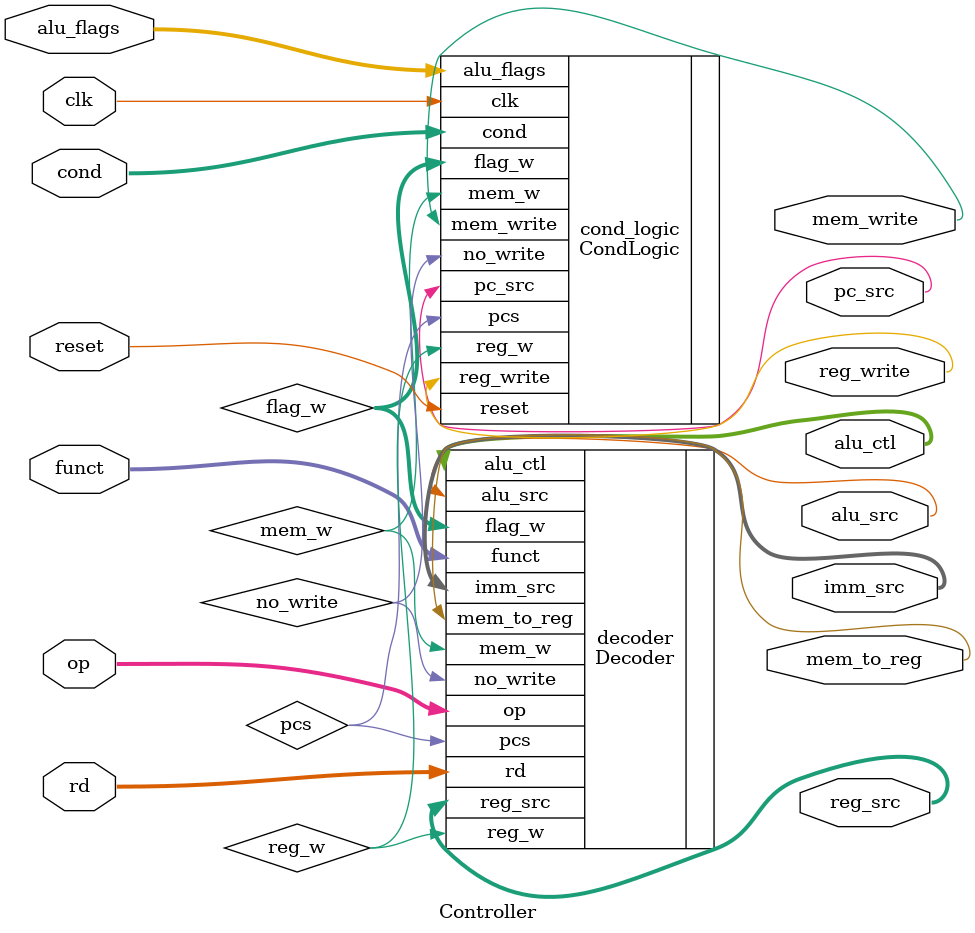
<source format=sv>
module Controller
    (
    input logic clk, reset,
    input logic [1:0] op,
    input logic [3:0] cond, alu_flags, rd,
    input logic [5:0] funct,
    output logic pc_src, reg_write, mem_write, mem_to_reg, alu_src,
    output logic [1:0] imm_src, reg_src, alu_ctl
    );

    logic pcs, reg_w, mem_w, no_write;
    logic [1:0] flag_w;

    Decoder decoder(
    .op,
    .funct,
    .rd,
    .pcs,
    .reg_w,
    .mem_w,
    .mem_to_reg,
    .alu_src,
    .no_write,
    .flag_w,
    .imm_src,
    .reg_src,
    .alu_ctl
    );

    CondLogic cond_logic(
    .clk,
    .reset,
    .pcs,
    .reg_w,
    .mem_w,
    .no_write,
    .flag_w,
    .cond,
    .alu_flags,
    .pc_src,
    .reg_write,
    .mem_write
    );

endmodule

</source>
